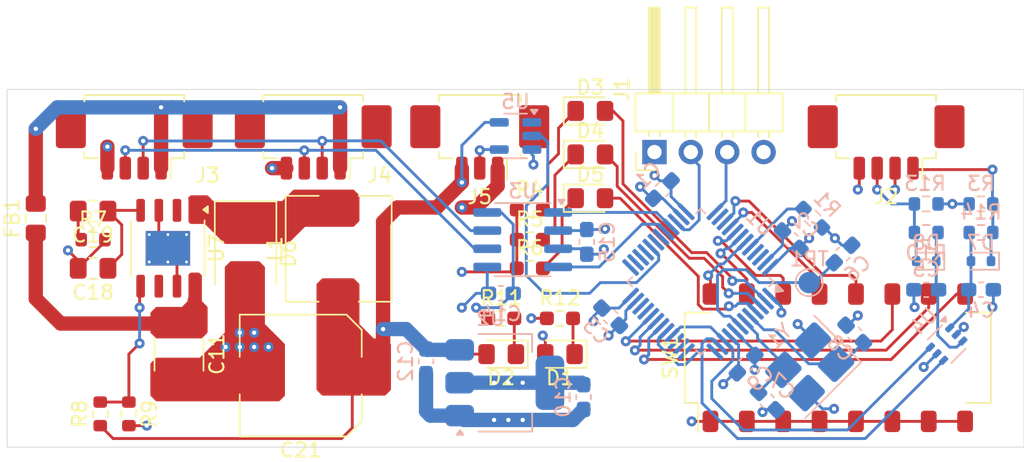
<source format=kicad_pcb>
(kicad_pcb
	(version 20241229)
	(generator "pcbnew")
	(generator_version "9.0")
	(general
		(thickness 1.71252)
		(legacy_teardrops no)
	)
	(paper "A4")
	(layers
		(0 "F.Cu" signal)
		(4 "In1.Cu" signal)
		(6 "In2.Cu" signal)
		(2 "B.Cu" signal)
		(9 "F.Adhes" user "F.Adhesive")
		(11 "B.Adhes" user "B.Adhesive")
		(13 "F.Paste" user)
		(15 "B.Paste" user)
		(5 "F.SilkS" user "F.Silkscreen")
		(7 "B.SilkS" user "B.Silkscreen")
		(1 "F.Mask" user)
		(3 "B.Mask" user)
		(17 "Dwgs.User" user "User.Drawings")
		(19 "Cmts.User" user "User.Comments")
		(21 "Eco1.User" user "User.Eco1")
		(23 "Eco2.User" user "User.Eco2")
		(25 "Edge.Cuts" user)
		(27 "Margin" user)
		(31 "F.CrtYd" user "F.Courtyard")
		(29 "B.CrtYd" user "B.Courtyard")
		(35 "F.Fab" user)
		(33 "B.Fab" user)
		(39 "User.1" user)
		(41 "User.2" user)
		(43 "User.3" user)
		(45 "User.4" user)
	)
	(setup
		(stackup
			(layer "F.SilkS"
				(type "Top Silk Screen")
				(color "White")
			)
			(layer "F.Paste"
				(type "Top Solder Paste")
			)
			(layer "F.Mask"
				(type "Top Solder Mask")
				(color "Green")
				(thickness 0.025)
			)
			(layer "F.Cu"
				(type "copper")
				(thickness 0.04)
			)
			(layer "dielectric 1"
				(type "prepreg")
				(color "FR4 natural")
				(thickness 0.13626)
				(material "R-1551")
				(epsilon_r 4.3)
				(loss_tangent 0)
			)
			(layer "In1.Cu"
				(type "copper")
				(thickness 0.035)
			)
			(layer "dielectric 2"
				(type "core")
				(color "FR4 natural")
				(thickness 1.24)
				(material "FR4")
				(epsilon_r 4.5)
				(loss_tangent 0.02)
			)
			(layer "In2.Cu"
				(type "copper")
				(thickness 0.035)
			)
			(layer "dielectric 3"
				(type "prepreg")
				(color "FR4 natural")
				(thickness 0.13626)
				(material "R-1551")
				(epsilon_r 4.3)
				(loss_tangent 0)
			)
			(layer "B.Cu"
				(type "copper")
				(thickness 0.04)
			)
			(layer "B.Mask"
				(type "Bottom Solder Mask")
				(color "Green")
				(thickness 0.025)
			)
			(layer "B.Paste"
				(type "Bottom Solder Paste")
			)
			(layer "B.SilkS"
				(type "Bottom Silk Screen")
				(color "White")
			)
			(copper_finish "None")
			(dielectric_constraints no)
		)
		(pad_to_mask_clearance 0)
		(allow_soldermask_bridges_in_footprints no)
		(tenting front back)
		(pcbplotparams
			(layerselection 0x00000000_00000000_55555555_5755f5ff)
			(plot_on_all_layers_selection 0x00000000_00000000_00000000_00000000)
			(disableapertmacros no)
			(usegerberextensions no)
			(usegerberattributes yes)
			(usegerberadvancedattributes yes)
			(creategerberjobfile yes)
			(dashed_line_dash_ratio 12.000000)
			(dashed_line_gap_ratio 3.000000)
			(svgprecision 4)
			(plotframeref no)
			(mode 1)
			(useauxorigin no)
			(hpglpennumber 1)
			(hpglpenspeed 20)
			(hpglpendiameter 15.000000)
			(pdf_front_fp_property_popups yes)
			(pdf_back_fp_property_popups yes)
			(pdf_metadata yes)
			(pdf_single_document no)
			(dxfpolygonmode yes)
			(dxfimperialunits yes)
			(dxfusepcbnewfont yes)
			(psnegative no)
			(psa4output no)
			(plot_black_and_white yes)
			(sketchpadsonfab no)
			(plotpadnumbers no)
			(hidednponfab no)
			(sketchdnponfab yes)
			(crossoutdnponfab yes)
			(subtractmaskfromsilk no)
			(outputformat 1)
			(mirror no)
			(drillshape 1)
			(scaleselection 1)
			(outputdirectory "")
		)
	)
	(net 0 "")
	(net 1 "GND")
	(net 2 "+3.3V")
	(net 3 "/NRST")
	(net 4 "/OSC_OUT")
	(net 5 "/OSC_IN")
	(net 6 "V_IN")
	(net 7 "+5V")
	(net 8 "Net-(U7-COMP)")
	(net 9 "Net-(C19-Pad2)")
	(net 10 "/STATUS_LED1")
	(net 11 "/STATUS_LED1_K")
	(net 12 "/STATUS_LED2")
	(net 13 "/STATUS_LED2_K")
	(net 14 "/STATUS_LED3")
	(net 15 "/STATUS_LED3_K")
	(net 16 "/Reg3.3Sw")
	(net 17 "/SWDIO")
	(net 18 "/SWCLK")
	(net 19 "unconnected-(U1-PB10-Pad21)")
	(net 20 "/CAN+")
	(net 21 "/CAN-")
	(net 22 "Net-(J5-Pin_2)")
	(net 23 "/BOOT0")
	(net 24 "Net-(U7-FB)")
	(net 25 "/CFG6")
	(net 26 "/CFG2")
	(net 27 "/CFG7")
	(net 28 "/CFG1")
	(net 29 "/CFG5")
	(net 30 "/CFG4")
	(net 31 "/CFG3")
	(net 32 "/CFG0")
	(net 33 "/BUTTON_CONTACT_2")
	(net 34 "unconnected-(U1-PB13-Pad26)")
	(net 35 "/LED_DATA")
	(net 36 "/BUTTON_CONTACT_1")
	(net 37 "unconnected-(U1-PA4-Pad14)")
	(net 38 "unconnected-(U1-PA15-Pad38)")
	(net 39 "unconnected-(U1-PA2-Pad12)")
	(net 40 "unconnected-(U1-PB12-Pad25)")
	(net 41 "unconnected-(U1-PB14-Pad27)")
	(net 42 "unconnected-(U1-PB9-Pad46)")
	(net 43 "/CAN_TX")
	(net 44 "unconnected-(U1-PB8-Pad45)")
	(net 45 "unconnected-(U1-PA9-Pad30)")
	(net 46 "unconnected-(U1-PA3-Pad13)")
	(net 47 "unconnected-(U1-PB11-Pad22)")
	(net 48 "unconnected-(U1-PB15-Pad28)")
	(net 49 "unconnected-(U1-PA10-Pad31)")
	(net 50 "unconnected-(U1-PA5-Pad15)")
	(net 51 "/CAN_RX")
	(net 52 "unconnected-(U5-NC-Pad1)")
	(net 53 "unconnected-(U7-VREF-Pad6)")
	(net 54 "unconnected-(U7-SYNC-Pad2)")
	(net 55 "/PWR_LED_3.3_K")
	(net 56 "/PWR_LED_5_K")
	(net 57 "/V_BUS")
	(net 58 "Net-(D7-K)")
	(net 59 "Net-(D8-A)")
	(net 60 "Net-(D8-K)")
	(net 61 "Net-(D7-A)")
	(footprint "Resistor_SMD:R_0603_1608Metric_Pad0.98x0.95mm_HandSolder" (layer "F.Cu") (at 61.5 35.5))
	(footprint "Capacitor_SMD:C_1812_4532Metric_Pad1.57x3.40mm_HandSolder" (layer "F.Cu") (at 36.999999 43.499999 -90))
	(footprint "Connector_Molex:Molex_PicoBlade_53261-0471_1x04-1MP_P1.25mm_Horizontal" (layer "F.Cu") (at 86.375 28.1 180))
	(footprint "LED_SMD:LED_0805_2012Metric_Pad1.15x1.40mm_HandSolder" (layer "F.Cu") (at 63.6 43.499999 180))
	(footprint "Resistor_SMD:R_0603_1608Metric" (layer "F.Cu") (at 33.5 47.675 -90))
	(footprint "Resistor_SMD:R_0603_1608Metric" (layer "F.Cu") (at 31.5 47.675 90))
	(footprint "LED_SMD:LED_0805_2012Metric_Pad1.15x1.40mm_HandSolder" (layer "F.Cu") (at 65.725002 32.6))
	(footprint "Capacitor_SMD:C_0805_2012Metric_Pad1.18x1.45mm_HandSolder" (layer "F.Cu") (at 31 37.5 180))
	(footprint "Diode_SMD:D_SMB" (layer "F.Cu") (at 41.649999 36.484997 -90))
	(footprint "Package_SO:HSOP-8-1EP_3.9x4.9mm_P1.27mm_EP2.41x3.1mm_ThermalVias" (layer "F.Cu") (at 36.224999 36.099999 -90))
	(footprint "Resistor_SMD:R_0603_1608Metric_Pad0.98x0.95mm_HandSolder" (layer "F.Cu") (at 61.5 33.4))
	(footprint "LED_SMD:LED_0805_2012Metric_Pad1.15x1.40mm_HandSolder" (layer "F.Cu") (at 65.725002 29.540001))
	(footprint "Connector_Molex:Molex_PicoBlade_53261-0471_1x04-1MP_P1.25mm_Horizontal" (layer "F.Cu") (at 33.875 28.1 180))
	(footprint "Connector_Molex:Molex_PicoBlade_53261-0371_1x03-1MP_P1.25mm_Horizontal" (layer "F.Cu") (at 58 28.1 180))
	(footprint "Resistor_SMD:R_0603_1608Metric_Pad0.98x0.95mm_HandSolder" (layer "F.Cu") (at 61.5 37.5))
	(footprint "Inductor_SMD:L_7.3x7.3_H3.5" (layer "F.Cu") (at 48.15 36.134998 90))
	(footprint "Connector_PinHeader_2.54mm:PinHeader_1x04_P2.54mm_Horizontal" (layer "F.Cu") (at 70.2 29.375 90))
	(footprint "Resistor_SMD:R_0603_1608Metric_Pad0.98x0.95mm_HandSolder" (layer "F.Cu") (at 59.5 41))
	(footprint "Resistor_SMD:R_0603_1608Metric" (layer "F.Cu") (at 31 35.5))
	(footprint "Connector_Molex:Molex_PicoBlade_53261-0471_1x04-1MP_P1.25mm_Horizontal" (layer "F.Cu") (at 46.375 28.1 180))
	(footprint "Capacitor_SMD:C_Elec_8x10.2" (layer "F.Cu") (at 45.5 45 180))
	(footprint "Button_Switch_SMD:SW_DIP_SPSTx08_Slide_Omron_A6S-810x_W8.9mm_P2.54mm" (layer "F.Cu") (at 83 43.75 90))
	(footprint "Inductor_SMD:L_0805_2012Metric_Pad1.15x1.40mm_HandSolder" (layer "F.Cu") (at 27 34 90))
	(footprint "Capacitor_SMD:C_0805_2012Metric_Pad1.18x1.45mm_HandSolder" (layer "F.Cu") (at 31 33.5 180))
	(footprint "Resistor_SMD:R_0603_1608Metric_Pad0.98x0.95mm_HandSolder" (layer "F.Cu") (at 63.6 41.000001))
	(footprint "LED_SMD:LED_0805_2012Metric_Pad1.15x1.40mm_HandSolder" (layer "F.Cu") (at 65.725001 26.5))
	(footprint "LED_SMD:LED_0805_2012Metric_Pad1.15x1.40mm_HandSolder" (layer "F.Cu") (at 59.5 43.5 180))
	(footprint "Resistor_SMD:R_0603_1608Metric" (layer "B.Cu") (at 93 33 180))
	(footprint "Resistor_SMD:R_0603_1608Metric" (layer "B.Cu") (at 93 35 180))
	(footprint "Capacitor_SMD:C_0603_1608Metric_Pad1.08x0.95mm_HandSolder" (layer "B.Cu") (at 76.6 44.2 45))
	(footprint "Capacitor_SMD:C_0603_1608Metric_Pad1.08x0.95mm_HandSolder" (layer "B.Cu") (at 89.175 39 180))
	(footprint "Capacitor_SMD:C_0603_1608Metric_Pad1.08x0.95mm_HandSolder" (layer "B.Cu") (at 83.3625 36.5 45))
	(footprint "Capacitor_SMD:C_0603_1608Metric_Pad1.08x0.95mm_HandSolder" (layer "B.Cu") (at 84.188478 42.087868 -45))
	(footprint "Capacitor_SMD:C_0603_1608Metric_Pad1.08x0.95mm_HandSolder" (layer "B.Cu") (at 59.475 39.25))
	(footprint "Resistor_SMD:R_0603_1608Metric"
		(layer "B.Cu")
		(uuid "35865c29-1fa8-4aa2-99f6-34cc2cf0cd99")
		(at 89.175 33 180)
		(descr "Resistor SMD 0603 (1608 Metric), square (rectangular) end terminal, IPC_7351 nominal, (Body size source: IPC-SM-782 page 72, https://www.pcb-3d.com/wordpress/wp-content/uploads/ipc-sm-782a_amendment_1_and_2.pdf), generated with kicad-footprint-generator")
		(tags "resistor")
		(property "Reference" "R13"
			(at 0.08 1.43 0)
			(layer "B.SilkS")
			(uuid "5bb0e9dd-c454-42ee-8773-6c8bc7599e20")
			(effects
				(font
					(size 1 1)
					(thickness 0.15)
				)
				(justify mirror)
			)
		)
		(property "Value" "1k"
			(at 0 -1.43 0)
			(layer "B.Fab")
			(uuid "9ee1dc1a-3957-48a0-933c-d30ffcb01af0")
			(effects
				(font
					(size 1 1)
					(thickness 0.15)
				)
				(justify mirror)
			)
		)
		(property "Datasheet" "~"
			(at 0 0 0)
			(unlocked yes)
			(layer "B.Fab")
			(hide yes)
			(uuid "f5684315-8a70-4473-aa9d-fcc92283e3a7")
			(effects
				(font
					(size 1.27 1.27)
					(thickness 0.15)
				)
				(justify mirror)
			)
		)
		(property "Description" "Resistor"
			(at 0 0 0)
			(unlocked yes)
			(layer "B.Fab")
			(hide yes)
			(uuid "efb07950-664d-444b-a824-5b17421468e9")
			(effects
				(font
					(size 1.27 1.27)
					(thickness 0.15)
				)
				(justify mirror)
			)
		)
		(property ki_fp_filters "R_*")
		(path "/346511cd-718a-4417-9826-50d81a70330c")
		(sheetname "/")
		(sheetfile "buzzer_pcb.kicad_sch")
		(attr smd)
		(fp_line
			(start -0.237258 0.5225)
			(end 0.237258 0.5225)
			(stroke
				(width 0.12)
				(type solid)
			)
			(layer "B.SilkS")
			(uuid "5116f904-1aa9-4ada-a4b1-ffa75ee9680c")
		)
		(fp_line
			(start -0.237258 -0.5225)
			(end 0.237258 -0.5225)
			(stroke
				(width 0.12)
				(type solid)
			)
			(layer "B.SilkS")
			(uuid "36929f82-4f35-4005-97a3-3bc29ce4815b")
		)
		(fp_line
			(start 1.48 0.73)
			(end 1.48 -0.73)
			(stroke
				(width 0.05)
				(type solid)
			)
			(layer "B.CrtYd")
			(uuid "aa2b5e95-da9e-4589-937f-cd84bc11589e")
		)
		(fp_line
			(start 1.48 -0.73)
			(end -1.48 -0.73)
			(stroke
				(width 0.05)
				(type solid)
			)
			(layer "B.CrtYd")
			(uuid "46d213e7-81c9-4c14-9aa1-3cc18598943f")
		)
		(fp_line
			(start -1.48 0.73)
			(end 1.48 0.73)
			(stroke
				(width 0.05)
				(type solid)
			)
			(layer "B.CrtYd")
			(uuid "29a19acd-c794-42f8-a5c7-afe382ec715e")
		)
		(fp_line
			(start -1.48 -0.73)
			(end -1.48 0.73)
			(stroke
				(width 0.05)
				(type solid)
			)
			(layer "B.CrtYd")
			(uuid "c82be786-e343-4f90-b021-7bb971be0c9e")
		)
		(fp_line
			(start 0.8 0.4125)
			(end 0.8 -0.4125)
			(stroke
				(width 0.1)
				(type solid)
			)
			(layer "B.Fab")
			(uuid "cf60d64b-47e3-44dc-8e68-c993750c241c")
		)
		(fp_line
			(start 0.8 -0.4125)
			(end -0.8 -0.4125)
			(stroke
				(width 0.1)
				(type solid)
			)
			(layer "B.Fab")
			(uuid "73ea757d-0b62-4a8c-9c88-04543895659d")
		)
		(fp_line
			(start -0.8 0.4125)
			(end 0.8 0.4125)
			(stroke
				(width 0.1)
				(type solid)
			)
			(layer "B.Fab")
			(uuid "0a2b2064-a162-42c2-b775-9f2335093c44")
		)
		(fp_line
			(start -0.8 -0.4125)
			(end -0.8 0.4125)
			(stroke
				(width 0.1)
				(type solid)
			)
			(layer "B.Fab")
			(uuid "667e2acc-df6f-4e47-a732-b3721d367dfe")
		)
		(fp_text user "${REFERENCE}"
			(at 0 0 0)
			(layer "B.Fa
... [282883 chars truncated]
</source>
